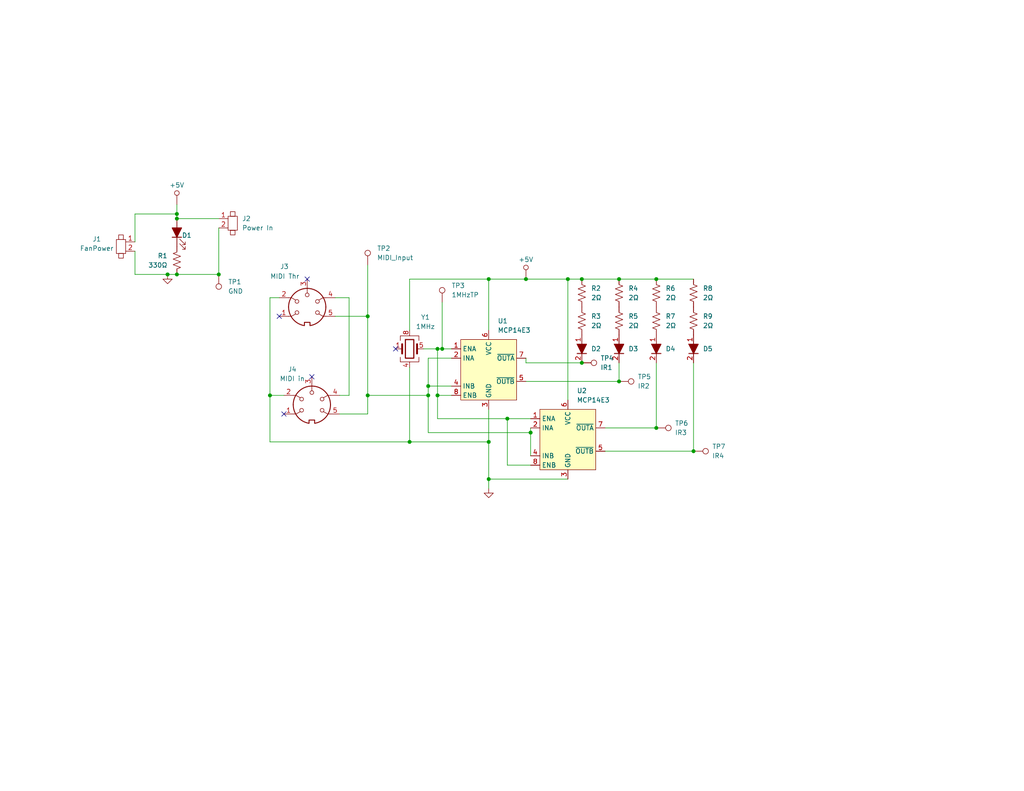
<source format=kicad_sch>
(kicad_sch (version 20250114) (generator "eeschema") (generator_version "9.0")
  (paper "A")
  (title_block (date "2025-05-01") (rev "C") (comment 1 "Justin Bell"))
  (lib_symbols
    (symbol "2_JB_Custom_sym:Jumper_2_Pin"
      (property "Reference" "J" (at 0 13.208 0))
      (symbol "Jumper_2_Pin_0_1"
        (rectangle (start -1.27 9.525) (end 1.27 5.715))
        (rectangle (start -0.635 10.795) (end 0.635 9.525))
        (rectangle (start -0.635 5.715) (end 0.635 5.715))
        (rectangle (start 0.635 4.445) (end -0.635 5.715))
      )
      (symbol "Jumper_2_Pin_1_1"
        (pin passive line (at -3.81 8.89 0) (length 2.54) (name "~") (number "1"))
        (pin passive line (at -3.81 6.35 0) (length 2.54) (name "~") (number "2"))
      )
    )
    (symbol "2_JB_Custom_sym:MCP14E3"
      (property "Reference" "U" (at -2.286 0.254 0))
      (property "Value" "MCP14E3" (at 1.016 -1.524 0))
      (symbol "MCP14E3_1_1"
        (rectangle (start -11.43 -2.54) (end 3.81 -19.05) (fill (type background)))
        (pin input line (at -13.97 -5.08 0) (length 2.54) (name "ENA") (number "1"))
        (pin input line (at -13.97 -7.62 0) (length 2.54) (name "INA") (number "2"))
        (pin input line (at -13.97 -15.24 0) (length 2.54) (name "INB") (number "4"))
        (pin input line (at -13.97 -17.78 0) (length 2.54) (name "ENB") (number "8"))
        (pin power_in line (at -3.81 0 270) (length 2.54) (name "VCC") (number "6"))
        (pin power_in line (at -3.81 -21.59 90) (length 2.54) (name "GND") (number "3"))
        (pin output line (at 6.35 -7.62 180) (length 2.54) (name "~{OUTA}") (number "7"))
        (pin output line (at 6.35 -13.97 180) (length 2.54) (name "~{OUTB}") (number "5"))
      )
    )
    (symbol "2_JB_Custom_sym:VCC"
      (property "Value" "+5V" (at 0 5.588 0))
      (symbol "VCC_0_1"
        (circle (center 0 3.175) (radius 0.635))
      )
      (symbol "VCC_1_1"
        (pin power_in line (at 0 0 90) (length 2.54) (name "~") (number ""))
      )
    )
    (symbol "Connector:DIN-5" (pin_names (offset 1.016))
      (property "Reference" "J" (at 3.175 5.715 0))
      (property "Value" "DIN-5" (at 0 -6.35 0))
      (symbol "DIN-5_0_1"
        (polyline (pts (xy -5.08 2.54) (xy -4.318 2.54) (xy -3.175 1.905)))
        (polyline (pts (xy -5.08 -2.54) (xy -4.318 -2.54) (xy -3.175 -1.905)))
        (circle (center -2.794 1.524) (radius 0.508))
        (circle (center -2.794 -1.524) (radius 0.508))
        (polyline (pts (xy -0.762 -4.953) (xy -0.762 -4.191) (xy 0.762 -4.191) (xy 0.762 -4.953)) (stroke (width 0.254)))
        (arc (start 5.08 0) (mid 3.8673 -3.3444) (end 0.762 -5.08) (stroke (width 0.254)))
        (polyline (pts (xy 0 5.08) (xy 0 3.81)))
        (circle (center 0 3.302) (radius 0.508))
        (arc (start -5.08 0) (mid 0 5.0579) (end 5.08 0) (stroke (width 0.254)))
        (arc (start -0.762 -5.08) (mid -3.8597 -3.3379) (end -5.08 0) (stroke (width 0.254)))
        (circle (center 2.794 1.524) (radius 0.508))
        (circle (center 2.794 -1.524) (radius 0.508))
        (polyline (pts (xy 5.08 2.54) (xy 4.318 2.54) (xy 3.175 1.905)))
        (polyline (pts (xy 5.08 -2.54) (xy 4.318 -2.54) (xy 3.175 -1.905)))
      )
      (symbol "DIN-5_1_1"
        (pin passive line (at -7.62 2.54 0) (length 2.54) (name "~") (number "2"))
        (pin passive line (at -7.62 -2.54 0) (length 2.54) (name "~") (number "1"))
        (pin passive line (at 0 7.62 270) (length 2.54) (name "~") (number "3"))
        (pin passive line (at 7.62 2.54 180) (length 2.54) (name "~") (number "4"))
        (pin passive line (at 7.62 -2.54 180) (length 2.54) (name "~") (number "5"))
      )
    )
    (symbol "Connector:TestPoint" (pin_numbers (hide yes)) (pin_names (offset 0.762) (hide yes))
      (property "Reference" "TP" (at 0 6.858 0))
      (property "Value" "TestPoint" (at 0 5.08 0))
      (symbol "TestPoint_0_1"
        (circle (center 0 3.302) (radius 0.762))
      )
      (symbol "TestPoint_1_1"
        (pin passive line (at 0 0 90) (length 2.54) (name "1") (number "1"))
      )
    )
    (symbol "Device:Crystal_GND23" (pin_names (offset 1.016) (hide yes))
      (property "Reference" "Y1" (at 4.318 8.636 0))
      (property "Value" "1MHz" (at 4.318 6.096 0))
      (symbol "Crystal_GND23_0_1"
        (polyline (pts (xy -2.54 2.286) (xy -2.54 3.556) (xy 2.54 3.556) (xy 2.54 2.286)))
        (polyline (pts (xy -2.54 0) (xy -2.032 0)))
        (polyline (pts (xy -2.54 -2.286) (xy -2.54 -3.556) (xy 2.54 -3.556) (xy 2.54 -2.286)))
        (polyline (pts (xy -2.032 -1.27) (xy -2.032 1.27)) (stroke (width 0.508)))
        (rectangle (start -1.143 2.54) (end 1.143 -2.54) (stroke (width 0.3048)))
        (polyline (pts (xy 0 3.556) (xy 0 3.81)))
        (polyline (pts (xy 0 -3.81) (xy 0 -3.556)))
        (polyline (pts (xy 2.032 0) (xy 2.54 0)))
        (polyline (pts (xy 2.032 -1.27) (xy 2.032 1.27)) (stroke (width 0.508)))
      )
      (symbol "Crystal_GND23_1_1"
        (pin passive line (at -3.81 0 0) (length 1.27) (name "1") (number "1"))
        (pin passive line (at 0 5.08 270) (length 1.27) (name "8") (number "8"))
        (pin passive line (at 0 -5.08 90) (length 1.27) (name "4") (number "4"))
        (pin passive line (at 3.81 0 180) (length 1.27) (name "5") (number "5"))
      )
    )
    (symbol "Device:D_Filled" (pin_names (offset 1.016) (hide yes))
      (property "Reference" "D4" (at -1.27 2.54 90))
      (property "Value" "D_Filled" (at 1.27 2.54 90))
      (symbol "D_Filled_0_1"
        (polyline (pts (xy -1.27 1.27) (xy -1.27 -1.27)) (stroke (width 0.254)))
        (polyline (pts (xy 1.27 1.27) (xy 1.27 -1.27) (xy -1.27 0) (xy 1.27 1.27)) (stroke (width 0.254)) (fill (type outline)))
        (polyline (pts (xy 1.27 0) (xy -1.27 0)))
      )
      (symbol "D_Filled_1_1"
        (pin passive line (at -3.81 0 0) (length 2.54) (name "K") (number "2"))
        (pin passive line (at 3.81 0 180) (length 2.54) (name "A") (number "1"))
      )
    )
    (symbol "Device:LED_Filled" (pin_numbers (hide yes)) (pin_names (offset 1.016) (hide yes))
      (property "Reference" "D" (at 0 2.54 0))
      (property "Value" "LED_Filled" (at 0 -2.54 0))
      (property "Sim.Pins" "1=K 2=A" (at 0 0 0))
      (symbol "LED_Filled_0_1"
        (polyline (pts (xy -3.048 -0.762) (xy -4.572 -2.286) (xy -3.81 -2.286) (xy -4.572 -2.286) (xy -4.572 -1.524)))
        (polyline (pts (xy -1.778 -0.762) (xy -3.302 -2.286) (xy -2.54 -2.286) (xy -3.302 -2.286) (xy -3.302 -1.524)))
        (polyline (pts (xy -1.27 0) (xy 1.27 0)))
        (polyline (pts (xy -1.27 -1.27) (xy -1.27 1.27)) (stroke (width 0.254)))
        (polyline (pts (xy 1.27 -1.27) (xy 1.27 1.27) (xy -1.27 0) (xy 1.27 -1.27)) (stroke (width 0.254)) (fill (type outline)))
      )
      (symbol "LED_Filled_1_1"
        (pin passive line (at -3.81 0 0) (length 2.54) (name "K") (number "1"))
        (pin passive line (at 3.81 0 180) (length 2.54) (name "A") (number "2"))
      )
    )
    (symbol "Device:R_US" (pin_numbers (hide yes)) (pin_names (offset 0))
      (property "Reference" "R" (at 2.54 0 90))
      (property "Value" "R_US" (at -2.54 0 90))
      (symbol "R_US_0_1"
        (polyline (pts (xy 0 2.286) (xy 0 2.54)))
        (polyline (pts (xy 0 2.286) (xy 1.016 1.905) (xy 0 1.524) (xy -1.016 1.143) (xy 0 0.762)))
        (polyline (pts (xy 0 0.762) (xy 1.016 0.381) (xy 0 0) (xy -1.016 -0.381) (xy 0 -0.762)))
        (polyline (pts (xy 0 -0.762) (xy 1.016 -1.143) (xy 0 -1.524) (xy -1.016 -1.905) (xy 0 -2.286)))
        (polyline (pts (xy 0 -2.286) (xy 0 -2.54)))
      )
      (symbol "R_US_1_1"
        (pin passive line (at 0 3.81 270) (length 1.27) (name "~") (number "1"))
        (pin passive line (at 0 -3.81 90) (length 1.27) (name "~") (number "2"))
      )
    )
    (symbol "power:GND" (power) (pin_numbers (hide yes)) (pin_names (offset 0) (hide yes))
      (property "Value" "GND" (at 0 -3.81 0))
      (symbol "GND_0_1"
        (polyline (pts (xy 0 0) (xy 0 -1.27) (xy 1.27 -1.27) (xy 0 -2.54) (xy -1.27 -1.27) (xy 0 -1.27)))
      )
      (symbol "GND_1_1"
        (pin power_in line (at 0 0 270) (length 0) (name "~") (number "1"))
      )
    )
  )
  (junction (at 59.69 74.93))
  (junction (at 100.33 107.95))
  (junction (at 143.51 76.2))
  (junction (at 144.78 118.11))
  (junction (at 116.84 107.95))
  (junction (at 48.26 74.93))
  (junction (at 168.91 76.2))
  (junction (at 45.72 74.93))
  (junction (at 73.66 107.95))
  (junction (at 133.35 76.2))
  (junction (at 158.75 99.06))
  (junction (at 120.65 95.25))
  (junction (at 133.35 120.65))
  (junction (at 189.23 123.19))
  (junction (at 179.07 116.84))
  (junction (at 119.38 95.25))
  (junction (at 179.07 76.2))
  (junction (at 48.26 59.69))
  (junction (at 119.38 107.95))
  (junction (at 168.91 104.14))
  (junction (at 138.43 114.3))
  (junction (at 111.76 120.65))
  (junction (at 100.33 86.36))
  (junction (at 158.75 76.2))
  (junction (at 116.84 105.41))
  (junction (at 133.35 130.81))
  (junction (at 154.94 76.2))
  (junction (at 48.26 58.42))
  (no_connect (at 85.09 102.87))
  (no_connect (at 83.82 76.2))
  (no_connect (at 77.47 113.03))
  (no_connect (at 76.2 86.36))
  (no_connect (at 107.95 95.25))
  (wire (pts (xy 138.43 114.3) (xy 119.38 114.3)))
  (wire (pts (xy 36.83 66.04) (xy 36.83 58.42)))
  (wire (pts (xy 143.51 76.2) (xy 154.94 76.2)))
  (wire (pts (xy 116.84 107.95) (xy 100.33 107.95)))
  (wire (pts (xy 77.47 107.95) (xy 73.66 107.95)))
  (wire (pts (xy 119.38 114.3) (xy 119.38 107.95)))
  (wire (pts (xy 95.25 81.28) (xy 95.25 107.95)))
  (wire (pts (xy 133.35 76.2) (xy 143.51 76.2)))
  (wire (pts (xy 189.23 123.19) (xy 189.23 99.06)))
  (wire (pts (xy 36.83 58.42) (xy 48.26 58.42)))
  (wire (pts (xy 73.66 107.95) (xy 73.66 120.65)))
  (wire (pts (xy 36.83 68.58) (xy 36.83 74.93)))
  (wire (pts (xy 48.26 59.69) (xy 59.69 59.69)))
  (wire (pts (xy 91.44 81.28) (xy 95.25 81.28)))
  (wire (pts (xy 143.51 99.06) (xy 143.51 97.79)))
  (wire (pts (xy 73.66 120.65) (xy 111.76 120.65)))
  (wire (pts (xy 116.84 97.79) (xy 116.84 105.41)))
  (wire (pts (xy 59.69 74.93) (xy 59.69 62.23)))
  (wire (pts (xy 120.65 95.25) (xy 123.19 95.25)))
  (wire (pts (xy 91.44 86.36) (xy 100.33 86.36)))
  (wire (pts (xy 158.75 76.2) (xy 168.91 76.2)))
  (wire (pts (xy 73.66 81.28) (xy 73.66 107.95)))
  (wire (pts (xy 48.26 55.88) (xy 48.26 58.42)))
  (wire (pts (xy 100.33 113.03) (xy 100.33 107.95)))
  (wire (pts (xy 111.76 120.65) (xy 133.35 120.65)))
  (wire (pts (xy 92.71 107.95) (xy 95.25 107.95)))
  (wire (pts (xy 119.38 107.95) (xy 119.38 95.25)))
  (wire (pts (xy 144.78 118.11) (xy 116.84 118.11)))
  (wire (pts (xy 100.33 107.95) (xy 100.33 86.36)))
  (wire (pts (xy 165.1 116.84) (xy 179.07 116.84)))
  (wire (pts (xy 133.35 111.76) (xy 133.35 120.65)))
  (wire (pts (xy 116.84 105.41) (xy 123.19 105.41)))
  (wire (pts (xy 115.57 95.25) (xy 119.38 95.25)))
  (wire (pts (xy 143.51 99.06) (xy 158.75 99.06)))
  (wire (pts (xy 111.76 76.2) (xy 111.76 90.17)))
  (wire (pts (xy 179.07 76.2) (xy 189.23 76.2)))
  (wire (pts (xy 138.43 114.3) (xy 138.43 127)))
  (wire (pts (xy 154.94 109.22) (xy 154.94 76.2)))
  (wire (pts (xy 168.91 104.14) (xy 168.91 99.06)))
  (wire (pts (xy 111.76 76.2) (xy 133.35 76.2)))
  (wire (pts (xy 116.84 118.11) (xy 116.84 107.95)))
  (wire (pts (xy 144.78 116.84) (xy 144.78 118.11)))
  (wire (pts (xy 144.78 114.3) (xy 138.43 114.3)))
  (wire (pts (xy 111.76 100.33) (xy 111.76 120.65)))
  (wire (pts (xy 119.38 95.25) (xy 120.65 95.25)))
  (wire (pts (xy 138.43 127) (xy 144.78 127)))
  (wire (pts (xy 120.65 82.55) (xy 120.65 95.25)))
  (wire (pts (xy 123.19 97.79) (xy 116.84 97.79)))
  (wire (pts (xy 100.33 72.39) (xy 100.33 86.36)))
  (wire (pts (xy 133.35 130.81) (xy 133.35 120.65)))
  (wire (pts (xy 48.26 74.93) (xy 59.69 74.93)))
  (wire (pts (xy 123.19 107.95) (xy 119.38 107.95)))
  (wire (pts (xy 92.71 113.03) (xy 100.33 113.03)))
  (wire (pts (xy 143.51 104.14) (xy 168.91 104.14)))
  (wire (pts (xy 36.83 74.93) (xy 45.72 74.93)))
  (wire (pts (xy 179.07 116.84) (xy 179.07 99.06)))
  (wire (pts (xy 116.84 105.41) (xy 116.84 107.95)))
  (wire (pts (xy 133.35 130.81) (xy 154.94 130.81)))
  (wire (pts (xy 73.66 81.28) (xy 76.2 81.28)))
  (wire (pts (xy 154.94 76.2) (xy 158.75 76.2)))
  (wire (pts (xy 133.35 133.35) (xy 133.35 130.81)))
  (wire (pts (xy 168.91 76.2) (xy 179.07 76.2)))
  (wire (pts (xy 48.26 58.42) (xy 48.26 59.69)))
  (wire (pts (xy 133.35 76.2) (xy 133.35 90.17)))
  (wire (pts (xy 45.72 74.93) (xy 48.26 74.93)))
  (wire (pts (xy 144.78 118.11) (xy 144.78 124.46)))
  (wire (pts (xy 165.1 123.19) (xy 189.23 123.19)))
  (symbol (lib_id "Device:D_Filled") (at 189.23 95.25 90) (unit 1)
    (property "Reference" "D5" (at 191.77 95.25 90) (effects (justify right)))
    (property "Value" "D_Filled" (effects (hide yes)))
    (property "Footprint" "2JB_Footprints:Fat_2Pin_D" (effects (hide yes)))
    (property "Description" "Diode, filled shape" (effects (hide yes)))
    (property "Sim.Device" "D" (effects (hide yes)))
    (property "Sim.Pins" "2=K 1=A" (effects (hide yes)))
  )
  (symbol (lib_id "Device:R_US") (at 179.07 87.63 0) (unit 1)
    (property "Reference" "R7" (at 181.61 86.36 0) (effects (justify left)))
    (property "Value" "2Ω" (at 181.61 88.9 0) (effects (justify left)))
    (property "Footprint" "Package_TO_SOT_THT:TO-220-2_Vertical" (effects (hide yes)))
    (property "Description" "Resistor, US symbol" (effects (hide yes)))
  )
  (symbol (lib_id "Device:R_US") (at 168.91 80.01 0) (unit 1)
    (property "Reference" "R4" (at 171.45 78.74 0) (effects (justify left)))
    (property "Value" "2Ω" (at 171.45 81.28 0) (effects (justify left)))
    (property "Footprint" "Package_TO_SOT_THT:TO-220-2_Vertical" (effects (hide yes)))
    (property "Description" "Resistor, US symbol" (effects (hide yes)))
  )
  (symbol (lib_id "2_JB_Custom_sym:Jumper_2_Pin") (at 33.02 74.93 0) (mirror y) (unit 1)
    (property "Reference" "J1" (at 26.416 65.278 0))
    (property "Value" "FanPower" (at 26.416 67.818 0))
    (property "Footprint" "2JB_Footprints:1X2_100mil_Header" (effects (hide yes)))
    (property "Description" "2 Pin Jumper" (effects (hide yes)))
  )
  (symbol (lib_id "Connector:TestPoint") (at 120.65 82.55 0) (unit 1)
    (property "Reference" "TP3" (at 123.19 77.978 0) (effects (justify left)))
    (property "Value" "1MHzTP" (at 123.19 80.518 0) (effects (justify left)))
    (property "Footprint" "2JB_Footprints:1X1_100mil_Header" (effects (hide yes)))
    (property "Description" "test point" (effects (hide yes)))
  )
  (symbol (lib_id "Device:D_Filled") (at 179.07 95.25 90) (unit 1)
    (property "Reference" "D4" (at 181.61 95.25 90) (effects (justify right)))
    (property "Value" "D_Filled" (effects (hide yes)))
    (property "Footprint" "2JB_Footprints:Fat_2Pin_D" (effects (hide yes)))
    (property "Description" "Diode, filled shape" (effects (hide yes)))
    (property "Sim.Device" "D" (effects (hide yes)))
    (property "Sim.Pins" "2=K 1=A" (effects (hide yes)))
  )
  (symbol (lib_id "Device:R_US") (at 158.75 80.01 0) (unit 1)
    (property "Reference" "R2" (at 161.29 78.74 0) (effects (justify left)))
    (property "Value" "2Ω" (at 161.29 81.28 0) (effects (justify left)))
    (property "Footprint" "Package_TO_SOT_THT:TO-220-2_Vertical" (effects (hide yes)))
    (property "Description" "Resistor, US symbol" (effects (hide yes)))
  )
  (symbol (lib_id "2_JB_Custom_sym:MCP14E3") (at 137.16 90.17 0) (unit 1)
    (property "Reference" "U1" (at 135.7963 87.63 0) (effects (justify left)))
    (property "Value" "MCP14E3" (at 135.7963 90.17 0) (effects (justify left)))
    (property "Footprint" "Package_SO:SOIC-8_3.9x4.9mm_P1.27mm" (effects (hide yes)))
    (property "Datasheet" "https://ww1.microchip.com/downloads/aemDocuments/documents/APID/ProductDocuments/DataSheets/MCP14E3-4-5-4.0A-Dual-High-Speed-Power-MOSFET-Drivers-With-Enable-20002062.pdf" (effects (hide yes)))
  )
  (symbol (lib_id "2_JB_Custom_sym:MCP14E3") (at 158.75 109.22 0) (unit 1)
    (property "Reference" "U2" (at 157.3863 106.68 0) (effects (justify left)))
    (property "Value" "MCP14E3" (at 157.3863 109.22 0) (effects (justify left)))
    (property "Footprint" "Package_SO:SOIC-8_3.9x4.9mm_P1.27mm" (effects (hide yes)))
    (property "Datasheet" "https://ww1.microchip.com/downloads/aemDocuments/documents/APID/ProductDocuments/DataSheets/MCP14E3-4-5-4.0A-Dual-High-Speed-Power-MOSFET-Drivers-With-Enable-20002062.pdf" (effects (hide yes)))
  )
  (symbol (lib_id "power:GND") (at 133.35 133.35 0) (unit 1)
    (property "Reference" "#PWR03" (effects (hide yes)))
    (property "Value" "GND" (effects (hide yes)))
    (property "Description" "Power symbol creates a global label with name \"GND\" , ground" (effects (hide yes)))
  )
  (symbol (lib_id "Device:D_Filled") (at 158.75 95.25 90) (unit 1)
    (property "Reference" "D2" (at 161.29 95.25 90) (effects (justify right)))
    (property "Value" "D_Filled" (effects (hide yes)))
    (property "Footprint" "2JB_Footprints:Fat_2Pin_D" (effects (hide yes)))
    (property "Description" "Diode, filled shape" (effects (hide yes)))
    (property "Sim.Device" "D" (effects (hide yes)))
    (property "Sim.Pins" "2=K 1=A" (effects (hide yes)))
  )
  (symbol (lib_id "Device:R_US") (at 168.91 87.63 0) (unit 1)
    (property "Reference" "R5" (at 171.45 86.36 0) (effects (justify left)))
    (property "Value" "2Ω" (at 171.45 88.9 0) (effects (justify left)))
    (property "Footprint" "Package_TO_SOT_THT:TO-220-2_Vertical" (effects (hide yes)))
    (property "Description" "Resistor, US symbol" (effects (hide yes)))
  )
  (symbol (lib_id "Connector:TestPoint") (at 59.69 74.93 180) (unit 1)
    (property "Reference" "TP1" (at 62.23 76.962 0) (effects (justify right)))
    (property "Value" "GND" (at 62.23 79.502 0) (effects (justify right)))
    (property "Footprint" "2JB_Footprints:1X1_100mil_Header" (effects (hide yes)))
    (property "Description" "test point" (effects (hide yes)))
  )
  (symbol (lib_id "Device:R_US") (at 48.26 71.12 0) (mirror y) (unit 1)
    (property "Reference" "R1" (at 45.72 69.85 0) (effects (justify left)))
    (property "Value" "330Ω" (at 45.72 72.39 0) (effects (justify left)))
    (property "Footprint" "2JB_Footprints:C_0805" (effects (hide yes)))
    (property "Description" "Resistor, US symbol" (effects (hide yes)))
  )
  (symbol (lib_id "Connector:DIN-5") (at 85.09 110.49 0) (unit 1)
    (property "Reference" "J4" (at 79.756 100.838 0))
    (property "Value" "MIDI in" (at 79.756 103.378 0))
    (property "Footprint" "2JB_Footprints:DIN-5PIN_MIDI" (effects (hide yes)))
    (property "Datasheet" "http://www.mouser.com/ds/2/18/40_c091_abd_e-75918.pdf" (effects (hide yes)))
    (property "Description" "5-pin DIN connector" (effects (hide yes)))
  )
  (symbol (lib_id "2_JB_Custom_sym:Jumper_2_Pin") (at 63.5 68.58 0) (unit 1)
    (property "Reference" "J2" (at 66.04 59.69 0) (effects (justify left)))
    (property "Value" "Power In" (at 66.04 62.23 0) (effects (justify left)))
    (property "Footprint" "Connector_AMASS:AMASS_XT30U-F_1x02_P5.0mm_Vertical" (effects (hide yes)))
    (property "Description" "2 Pin Jumper" (effects (hide yes)))
  )
  (symbol (lib_id "Connector:TestPoint") (at 168.91 104.14 270) (unit 1)
    (property "Reference" "TP5" (at 173.99 102.87 90) (effects (justify left)))
    (property "Value" "IR2" (at 173.99 105.41 90) (effects (justify left)))
    (property "Footprint" "2JB_Footprints:1X1_100mil_Header" (effects (hide yes)))
    (property "Description" "test point" (effects (hide yes)))
  )
  (symbol (lib_id "Connector:TestPoint") (at 158.75 99.06 270) (unit 1)
    (property "Reference" "TP4" (at 163.83 97.79 90) (effects (justify left)))
    (property "Value" "IR1" (at 163.83 100.33 90) (effects (justify left)))
    (property "Footprint" "2JB_Footprints:1X1_100mil_Header" (effects (hide yes)))
    (property "Description" "test point" (effects (hide yes)))
  )
  (symbol (lib_id "Connector:TestPoint") (at 189.23 123.19 270) (unit 1)
    (property "Reference" "TP7" (at 194.31 121.92 90) (effects (justify left)))
    (property "Value" "IR4" (at 194.31 124.46 90) (effects (justify left)))
    (property "Footprint" "2JB_Footprints:1X1_100mil_Header" (effects (hide yes)))
    (property "Description" "test point" (effects (hide yes)))
  )
  (symbol (lib_id "2_JB_Custom_sym:VCC") (at 143.51 76.2 0) (unit 1)
    (property "Reference" "#PWR4" (effects (hide yes)))
    (property "Value" "+5V" (at 143.51 70.866 0))
  )
  (symbol (lib_id "Device:R_US") (at 189.23 80.01 0) (unit 1)
    (property "Reference" "R8" (at 191.77 78.74 0) (effects (justify left)))
    (property "Value" "2Ω" (at 191.77 81.28 0) (effects (justify left)))
    (property "Footprint" "Package_TO_SOT_THT:TO-220-2_Vertical" (effects (hide yes)))
    (property "Description" "Resistor, US symbol" (effects (hide yes)))
  )
  (symbol (lib_id "Device:R_US") (at 189.23 87.63 0) (unit 1)
    (property "Reference" "R9" (at 191.77 86.36 0) (effects (justify left)))
    (property "Value" "2Ω" (at 191.77 88.9 0) (effects (justify left)))
    (property "Footprint" "Package_TO_SOT_THT:TO-220-2_Vertical" (effects (hide yes)))
    (property "Description" "Resistor, US symbol" (effects (hide yes)))
  )
  (symbol (lib_id "Device:R_US") (at 179.07 80.01 0) (unit 1)
    (property "Reference" "R6" (at 181.61 78.74 0) (effects (justify left)))
    (property "Value" "2Ω" (at 181.61 81.28 0) (effects (justify left)))
    (property "Footprint" "Package_TO_SOT_THT:TO-220-2_Vertical" (effects (hide yes)))
    (property "Description" "Resistor, US symbol" (effects (hide yes)))
  )
  (symbol (lib_id "Connector:DIN-5") (at 83.82 83.82 0) (unit 1)
    (property "Reference" "J3" (at 77.597 72.771 0))
    (property "Value" "MIDI Thr" (at 77.724 75.438 0))
    (property "Footprint" "2JB_Footprints:DIN-5PIN_MIDI" (effects (hide yes)))
    (property "Datasheet" "http://www.mouser.com/ds/2/18/40_c091_abd_e-75918.pdf" (effects (hide yes)))
    (property "Description" "5-pin DIN connector" (effects (hide yes)))
  )
  (symbol (lib_id "2_JB_Custom_sym:VCC") (at 48.26 55.88 0) (unit 1)
    (property "Reference" "#PWR2" (effects (hide yes)))
    (property "Value" "+5V" (at 48.26 50.546 0))
  )
  (symbol (lib_id "Device:R_US") (at 158.75 87.63 0) (unit 1)
    (property "Reference" "R3" (at 161.29 86.36 0) (effects (justify left)))
    (property "Value" "2Ω" (at 161.29 88.9 0) (effects (justify left)))
    (property "Footprint" "Package_TO_SOT_THT:TO-220-2_Vertical" (effects (hide yes)))
    (property "Description" "Resistor, US symbol" (effects (hide yes)))
  )
  (symbol (lib_id "Connector:TestPoint") (at 100.33 72.39 0) (unit 1)
    (property "Reference" "TP2" (at 102.87 67.818 0) (effects (justify left)))
    (property "Value" "MIDI_Input" (at 102.87 70.358 0) (effects (justify left)))
    (property "Footprint" "2JB_Footprints:1X1_100mil_Header" (effects (hide yes)))
    (property "Description" "test point" (effects (hide yes)))
  )
  (symbol (lib_id "power:GND") (at 45.72 74.93 0) (unit 1)
    (property "Reference" "#PWR01" (effects (hide yes)))
    (property "Value" "GND" (effects (hide yes)))
    (property "Description" "Power symbol creates a global label with name \"GND\" , ground" (effects (hide yes)))
  )
  (symbol (lib_id "Device:D_Filled") (at 168.91 95.25 90) (unit 1)
    (property "Reference" "D3" (at 171.45 95.25 90) (effects (justify right)))
    (property "Value" "D_Filled" (effects (hide yes)))
    (property "Footprint" "2JB_Footprints:Fat_2Pin_D" (effects (hide yes)))
    (property "Description" "Diode, filled shape" (effects (hide yes)))
    (property "Sim.Device" "D" (effects (hide yes)))
    (property "Sim.Pins" "2=K 1=A" (effects (hide yes)))
  )
  (symbol (lib_id "Connector:TestPoint") (at 179.07 116.84 270) (unit 1)
    (property "Reference" "TP6" (at 184.15 115.57 90) (effects (justify left)))
    (property "Value" "IR3" (at 184.15 118.11 90) (effects (justify left)))
    (property "Footprint" "2JB_Footprints:1X1_100mil_Header" (effects (hide yes)))
    (property "Description" "test point" (effects (hide yes)))
  )
  (symbol (lib_id "Device:Crystal_GND23") (at 111.76 95.25 0) (unit 1)
    (property "Reference" "Y1" (at 116.078 86.614 0))
    (property "Value" "1MHz" (at 116.078 89.154 0))
    (property "Footprint" "2JB_Footprints:300x300Mil_4Pin_Y" (effects (hide yes)))
    (property "Description" "Four pin crystal, GND on pins 2 and 3" (effects (hide yes)))
  )
  (symbol (lib_id "Device:LED_Filled") (at 48.26 63.5 90) (unit 1)
    (property "Reference" "D1" (at 52.324 64.262 90) (effects (justify left)))
    (property "Value" "LED_Filled" (effects (hide yes)))
    (property "Footprint" "2JB_Footprints:D_0805" (effects (hide yes)))
    (property "Description" "Light emitting diode, filled shape" (effects (hide yes)))
    (property "Sim.Pins" "1=K 2=A" (effects (hide yes)))
  )
)
</source>
